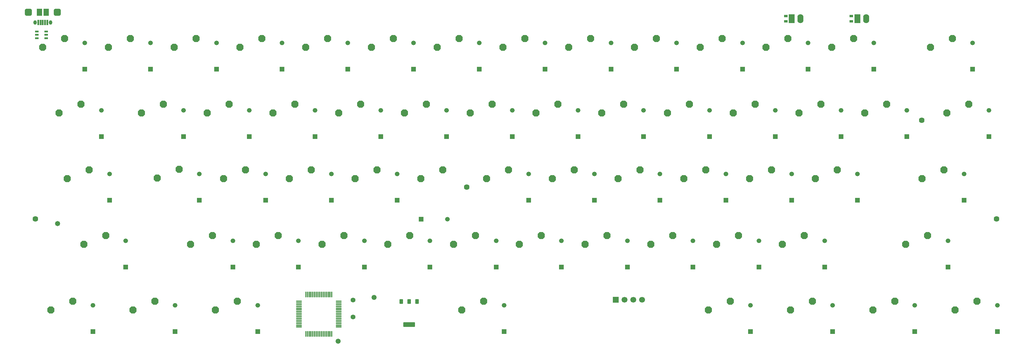
<source format=gbs>
G04*
G04 #@! TF.GenerationSoftware,Altium Limited,Altium Designer,21.2.1 (34)*
G04*
G04 Layer_Color=16711935*
%FSLAX25Y25*%
%MOIN*%
G70*
G04*
G04 #@! TF.SameCoordinates,E791EE2E-FBA0-4324-A9C2-BCC3054153F0*
G04*
G04*
G04 #@! TF.FilePolarity,Negative*
G04*
G01*
G75*
%ADD27R,0.03937X0.03150*%
%ADD28C,0.06394*%
%ADD29C,0.05268*%
%ADD30R,0.05268X0.05268*%
%ADD31P,0.08949X8X22.5*%
%ADD32C,0.00394*%
%ADD33R,0.05268X0.05268*%
%ADD34R,0.06894X0.10394*%
%ADD35O,0.06894X0.10394*%
%ADD36O,0.03740X0.05118*%
G04:AMPARAMS|DCode=37|XSize=82.68mil|YSize=82.68mil|CornerRadius=21.65mil|HoleSize=0mil|Usage=FLASHONLY|Rotation=0.000|XOffset=0mil|YOffset=0mil|HoleType=Round|Shape=RoundedRectangle|*
%AMROUNDEDRECTD37*
21,1,0.08268,0.03937,0,0,0.0*
21,1,0.03937,0.08268,0,0,0.0*
1,1,0.04331,0.01968,-0.01968*
1,1,0.04331,-0.01968,-0.01968*
1,1,0.04331,-0.01968,0.01968*
1,1,0.04331,0.01968,0.01968*
%
%ADD37ROUNDEDRECTD37*%
%ADD38C,0.06693*%
%ADD39R,0.06693X0.06693*%
%ADD40C,0.05512*%
%ADD41C,0.05803*%
%ADD42C,0.05800*%
%ADD68R,0.01968X0.06299*%
%ADD69R,0.06299X0.07874*%
%ADD70R,0.04331X0.02362*%
G04:AMPARAMS|DCode=71|XSize=131.5mil|YSize=55.51mil|CornerRadius=5.84mil|HoleSize=0mil|Usage=FLASHONLY|Rotation=0.000|XOffset=0mil|YOffset=0mil|HoleType=Round|Shape=RoundedRectangle|*
%AMROUNDEDRECTD71*
21,1,0.13150,0.04384,0,0,0.0*
21,1,0.11982,0.05551,0,0,0.0*
1,1,0.01167,0.05991,-0.02192*
1,1,0.01167,-0.05991,-0.02192*
1,1,0.01167,-0.05991,0.02192*
1,1,0.01167,0.05991,0.02192*
%
%ADD71ROUNDEDRECTD71*%
G04:AMPARAMS|DCode=72|XSize=40.55mil|YSize=55.51mil|CornerRadius=4.72mil|HoleSize=0mil|Usage=FLASHONLY|Rotation=0.000|XOffset=0mil|YOffset=0mil|HoleType=Round|Shape=RoundedRectangle|*
%AMROUNDEDRECTD72*
21,1,0.04055,0.04608,0,0,0.0*
21,1,0.03112,0.05551,0,0,0.0*
1,1,0.00943,0.01556,-0.02304*
1,1,0.00943,-0.01556,-0.02304*
1,1,0.00943,-0.01556,0.02304*
1,1,0.00943,0.01556,0.02304*
%
%ADD72ROUNDEDRECTD72*%
%ADD73O,0.06693X0.01394*%
%ADD74O,0.01394X0.06693*%
D27*
X944193Y382480D02*
D03*
Y376575D02*
D03*
X869488D02*
D03*
Y382480D02*
D03*
D28*
X13307Y150630D02*
D03*
X1109882Y150709D02*
D03*
X505511Y187008D02*
D03*
X1024409Y263386D02*
D03*
D29*
X266929Y52008D02*
D03*
X548031D02*
D03*
X829133D02*
D03*
X922834D02*
D03*
X1016535D02*
D03*
X1110629D02*
D03*
X1054330Y125630D02*
D03*
X913779D02*
D03*
X838582D02*
D03*
X763385D02*
D03*
X688582D02*
D03*
X613385D02*
D03*
X538976D02*
D03*
X463385D02*
D03*
X388582D02*
D03*
X313385D02*
D03*
X172834Y52008D02*
D03*
X79133D02*
D03*
X238582Y125630D02*
D03*
X116535D02*
D03*
X1072834Y202008D02*
D03*
X951180D02*
D03*
X875984D02*
D03*
X801180D02*
D03*
X725590D02*
D03*
X651181D02*
D03*
X575984D02*
D03*
X483503Y150394D02*
D03*
X425984Y202008D02*
D03*
X351181D02*
D03*
X275984D02*
D03*
X200393D02*
D03*
X98031D02*
D03*
X1101180Y274842D02*
D03*
X1007480D02*
D03*
X932283D02*
D03*
X857480D02*
D03*
X782283D02*
D03*
X707086D02*
D03*
X632229D02*
D03*
X557480D02*
D03*
X482283D02*
D03*
X407480D02*
D03*
X332283D02*
D03*
X257480D02*
D03*
X182283D02*
D03*
X88582Y274882D02*
D03*
X1082283Y351614D02*
D03*
X969685D02*
D03*
X894881D02*
D03*
X820078D02*
D03*
X744881D02*
D03*
X670078D02*
D03*
X594881D02*
D03*
X519685D02*
D03*
X444881D02*
D03*
X369685D02*
D03*
X294881D02*
D03*
X220078D02*
D03*
X144881D02*
D03*
X69684D02*
D03*
D30*
X266929Y22008D02*
D03*
X548031D02*
D03*
X829133D02*
D03*
X922834D02*
D03*
X1016535D02*
D03*
X1110629D02*
D03*
X1054330Y95630D02*
D03*
X913779D02*
D03*
X838582D02*
D03*
X763385D02*
D03*
X688582D02*
D03*
X613385D02*
D03*
X538976D02*
D03*
X463385D02*
D03*
X388582D02*
D03*
X313385D02*
D03*
X172834Y22008D02*
D03*
X79133D02*
D03*
X238582Y95630D02*
D03*
X116535D02*
D03*
X1072834Y172008D02*
D03*
X951180D02*
D03*
X875984D02*
D03*
X801180D02*
D03*
X725590D02*
D03*
X651181D02*
D03*
X575984D02*
D03*
X425984D02*
D03*
X351181D02*
D03*
X275984D02*
D03*
X200393D02*
D03*
X98031D02*
D03*
X1101180Y244842D02*
D03*
X1007480D02*
D03*
X932283D02*
D03*
X857480D02*
D03*
X782283D02*
D03*
X707086D02*
D03*
X632229D02*
D03*
X557480D02*
D03*
X482283D02*
D03*
X407480D02*
D03*
X332283D02*
D03*
X257480D02*
D03*
X182283D02*
D03*
X88582Y244882D02*
D03*
X1082283Y321614D02*
D03*
X969685D02*
D03*
X894881D02*
D03*
X820078D02*
D03*
X744881D02*
D03*
X670078D02*
D03*
X594881D02*
D03*
X519685D02*
D03*
X444881D02*
D03*
X369685D02*
D03*
X294881D02*
D03*
X220078D02*
D03*
X144881D02*
D03*
X69684D02*
D03*
D31*
X740513Y131865D02*
D03*
X715513Y121865D02*
D03*
X515513Y131865D02*
D03*
X490513Y121865D02*
D03*
X121756Y356865D02*
D03*
X96756Y346865D02*
D03*
X196757Y356865D02*
D03*
X171757Y346865D02*
D03*
X271757Y356865D02*
D03*
X246757Y346865D02*
D03*
X346757Y356865D02*
D03*
X321757Y346865D02*
D03*
X46756Y356865D02*
D03*
X21756Y346865D02*
D03*
X721757Y356865D02*
D03*
X696757Y346865D02*
D03*
X796757Y356865D02*
D03*
X771757Y346865D02*
D03*
X871757Y356865D02*
D03*
X846757Y346865D02*
D03*
X646757Y356865D02*
D03*
X621757Y346865D02*
D03*
X571757Y356865D02*
D03*
X546757Y346865D02*
D03*
X496757Y356865D02*
D03*
X471757Y346865D02*
D03*
X421757Y356865D02*
D03*
X396757Y346865D02*
D03*
X1087383Y56865D02*
D03*
X1062383Y46865D02*
D03*
X993631Y56865D02*
D03*
X968631Y46865D02*
D03*
X899887Y56865D02*
D03*
X874887Y46865D02*
D03*
X806131Y56865D02*
D03*
X781131Y46865D02*
D03*
X1031131Y131865D02*
D03*
X1006131Y121865D02*
D03*
X890513Y131865D02*
D03*
X865513Y121865D02*
D03*
X815505Y131865D02*
D03*
X790505Y121865D02*
D03*
X665513Y131865D02*
D03*
X640513Y121865D02*
D03*
X590505Y131865D02*
D03*
X565505Y121865D02*
D03*
X440505Y131865D02*
D03*
X415505Y121865D02*
D03*
X365512Y131865D02*
D03*
X340512Y121865D02*
D03*
X290512Y131865D02*
D03*
X265512Y121865D02*
D03*
X215512Y131865D02*
D03*
X190512Y121865D02*
D03*
X1049875Y206865D02*
D03*
X1024875Y196865D02*
D03*
X928013Y206865D02*
D03*
X903013Y196865D02*
D03*
X853013Y206865D02*
D03*
X828013Y196865D02*
D03*
X778005Y206865D02*
D03*
X753005Y196865D02*
D03*
X703013Y206865D02*
D03*
X678013Y196865D02*
D03*
X628005Y206865D02*
D03*
X603005Y196865D02*
D03*
X553005Y206865D02*
D03*
X528005Y196865D02*
D03*
X478001Y206865D02*
D03*
X453001Y196865D02*
D03*
X403007Y206865D02*
D03*
X378007Y196865D02*
D03*
X328007Y206865D02*
D03*
X303007Y196865D02*
D03*
X253001Y206865D02*
D03*
X228001Y196865D02*
D03*
X177324Y207400D02*
D03*
X152324Y197400D02*
D03*
X1078005Y281865D02*
D03*
X1053005Y271865D02*
D03*
X984257Y281865D02*
D03*
X959257Y271865D02*
D03*
X909257Y281865D02*
D03*
X884257Y271865D02*
D03*
X834257Y281865D02*
D03*
X809257Y271865D02*
D03*
X759257Y281865D02*
D03*
X734257Y271865D02*
D03*
X684257Y281865D02*
D03*
X659257Y271865D02*
D03*
X609257Y281865D02*
D03*
X584257Y271865D02*
D03*
X534257Y281865D02*
D03*
X509257Y271865D02*
D03*
X459257Y281865D02*
D03*
X434257Y271865D02*
D03*
X384257Y281865D02*
D03*
X359257Y271865D02*
D03*
X309257Y281865D02*
D03*
X284257Y271865D02*
D03*
X234257Y281865D02*
D03*
X209257Y271865D02*
D03*
X159256Y281865D02*
D03*
X134256Y271865D02*
D03*
X65512Y281865D02*
D03*
X40512Y271865D02*
D03*
X1059257Y356865D02*
D03*
X1034257Y346865D02*
D03*
X946757Y356865D02*
D03*
X921757Y346865D02*
D03*
X524887Y56865D02*
D03*
X499887Y46865D02*
D03*
X243631Y56865D02*
D03*
X218631Y46865D02*
D03*
X149881Y56865D02*
D03*
X124881Y46865D02*
D03*
X56131Y56865D02*
D03*
X31131Y46865D02*
D03*
X93631Y131865D02*
D03*
X68631Y121865D02*
D03*
X74887Y206865D02*
D03*
X49887Y196865D02*
D03*
D32*
X730513Y111865D02*
D03*
X505513D02*
D03*
X111756Y336865D02*
D03*
X186757D02*
D03*
X261757D02*
D03*
X336757D02*
D03*
X36756D02*
D03*
X711757D02*
D03*
X786757D02*
D03*
X861757D02*
D03*
X636757D02*
D03*
X561757D02*
D03*
X486757D02*
D03*
X411757D02*
D03*
X1077383Y36865D02*
D03*
X983631D02*
D03*
X889887D02*
D03*
X796131D02*
D03*
X1021131Y111865D02*
D03*
X880513D02*
D03*
X805505D02*
D03*
X655513D02*
D03*
X580505D02*
D03*
X430505D02*
D03*
X355512D02*
D03*
X280512D02*
D03*
X205512D02*
D03*
X1039875Y186865D02*
D03*
X918013D02*
D03*
X843013D02*
D03*
X768005D02*
D03*
X693013D02*
D03*
X618005D02*
D03*
X543005D02*
D03*
X468001D02*
D03*
X393007D02*
D03*
X318007D02*
D03*
X243001D02*
D03*
X167324Y187400D02*
D03*
X1068005Y261865D02*
D03*
X974257D02*
D03*
X899257D02*
D03*
X824257D02*
D03*
X749257D02*
D03*
X674257D02*
D03*
X599257D02*
D03*
X524257D02*
D03*
X449257D02*
D03*
X374257D02*
D03*
X299257D02*
D03*
X224257D02*
D03*
X149256D02*
D03*
X55511D02*
D03*
X1049257Y336865D02*
D03*
X936757D02*
D03*
X514887Y36865D02*
D03*
X233631D02*
D03*
X139881D02*
D03*
X46131D02*
D03*
X83631Y111865D02*
D03*
X64886Y186865D02*
D03*
D33*
X453503Y150394D02*
D03*
D34*
X951107Y379429D02*
D03*
X876107D02*
D03*
D35*
X961107D02*
D03*
X886107D02*
D03*
D36*
X13123Y375083D02*
D03*
X30642D02*
D03*
D37*
X5445Y386599D02*
D03*
X38319D02*
D03*
D38*
X705256Y58465D02*
D03*
X695256D02*
D03*
X685256D02*
D03*
D39*
X675256D02*
D03*
D40*
X375806Y58115D02*
D03*
Y38902D02*
D03*
D41*
X38620Y145382D02*
D03*
D42*
X358622Y11220D02*
D03*
X399685Y60945D02*
D03*
D68*
X21882Y375083D02*
D03*
X24441D02*
D03*
X19323D02*
D03*
X27000D02*
D03*
X16764D02*
D03*
D69*
X17945Y386894D02*
D03*
X25819Y386894D02*
D03*
D70*
X25727Y364690D02*
D03*
X15098Y364690D02*
D03*
X25727Y360950D02*
D03*
X25727Y357209D02*
D03*
X15098D02*
D03*
Y360950D02*
D03*
D71*
X439862Y30236D02*
D03*
D72*
X448878Y56575D02*
D03*
X439862Y56575D02*
D03*
X430847Y56575D02*
D03*
D73*
X359271Y56776D02*
D03*
Y54808D02*
D03*
Y52839D02*
D03*
Y50871D02*
D03*
X359271Y48902D02*
D03*
Y46934D02*
D03*
X359271Y44965D02*
D03*
X359271Y42997D02*
D03*
Y41028D02*
D03*
Y39060D02*
D03*
X359271Y37091D02*
D03*
Y35123D02*
D03*
X359271Y33154D02*
D03*
X359271Y31186D02*
D03*
Y29217D02*
D03*
Y27249D02*
D03*
X314192D02*
D03*
Y29217D02*
D03*
X314192Y31186D02*
D03*
Y33154D02*
D03*
Y35123D02*
D03*
Y37091D02*
D03*
Y39060D02*
D03*
Y41028D02*
D03*
Y42997D02*
D03*
Y44965D02*
D03*
X314192Y46934D02*
D03*
Y48902D02*
D03*
X314192Y50871D02*
D03*
X314192Y52839D02*
D03*
X314192Y54808D02*
D03*
Y56776D02*
D03*
D74*
X351495Y19473D02*
D03*
X349527D02*
D03*
X347558Y19473D02*
D03*
X345590D02*
D03*
X343621Y19473D02*
D03*
X341653D02*
D03*
X339684D02*
D03*
X337716D02*
D03*
X335747D02*
D03*
X333779Y19473D02*
D03*
X331810Y19473D02*
D03*
X329842D02*
D03*
X327873D02*
D03*
X325905D02*
D03*
X323936Y19473D02*
D03*
X321968D02*
D03*
Y64552D02*
D03*
X323936D02*
D03*
X325905D02*
D03*
X327873D02*
D03*
X329842Y64552D02*
D03*
X331810D02*
D03*
X333779Y64552D02*
D03*
X335747D02*
D03*
X337716D02*
D03*
X339684D02*
D03*
X341653Y64552D02*
D03*
X343621D02*
D03*
X345590Y64552D02*
D03*
X347558D02*
D03*
X349527D02*
D03*
X351495D02*
D03*
M02*

</source>
